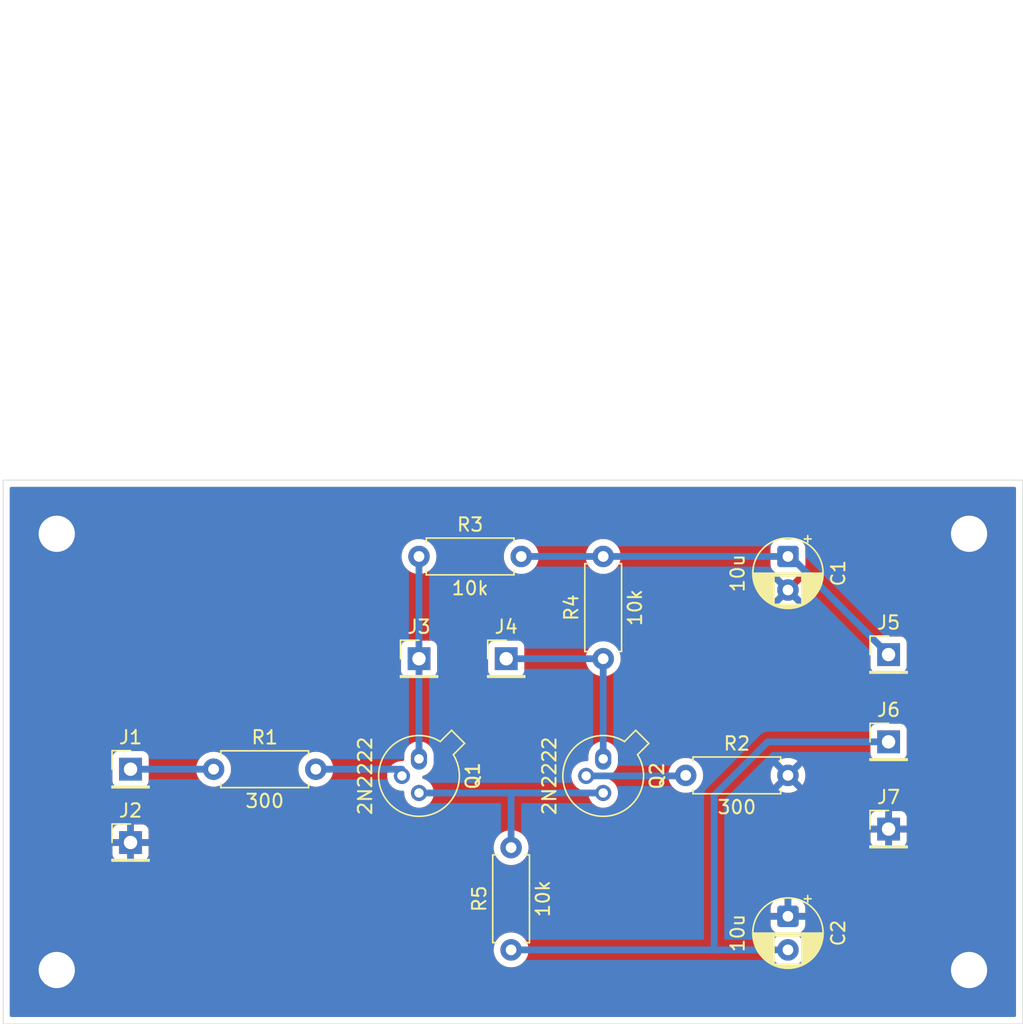
<source format=kicad_pcb>
(kicad_pcb (version 20241229) (generator "pcbnew") (generator_version "9.0")
  (layers (0 "F.Cu" signal) (2 "B.Cu" signal) (13 "F.Paste" user) (15 "B.Paste" user) (5 "F.SilkS" user "F.Silkscreen") (7 "B.SilkS" user "B.Silkscreen") (1 "F.Mask" user) (3 "B.Mask" user) (25 "Edge.Cuts" user))
  (net 0 "")
  (net 1 "0")
  (net 2 "/V+")
  (net 3 "/V-")
  (net 4 "Net-(Q1-E)")
  (net 5 "Net-(Q1-B)")
  (net 6 "Net-(Q2-B)")
  (net 7 "Net-(J1-Pin_1)")
  (net 8 "/out1")
  (net 9 "/out2")
  (footprint "Capacitor_THT:CP_Radial_D5.0mm_P2.50mm" (layer "F.Cu") (at 192.5 109.69 -90)
    (property "Reference" "C1" (at 1.25 -3.75 90) (layer "F.SilkS"))
    (property "Value" "10u" (at 1.25 3.75 90) (layer "F.SilkS"))
    (fp_line (start 1.49 1.04) (end 1.49 2.569) (stroke (width 0.12)) (layer "F.SilkS") (net 158545000))
    (fp_line (start 1.53 1.04) (end 1.53 2.565) (stroke (width 0.12)) (layer "F.SilkS") (net 158545000))
    (fp_line (start 1.57 1.04) (end 1.57 2.56) (stroke (width 0.12)) (layer "F.SilkS") (net 158545000))
    (fp_line (start 1.61 1.04) (end 1.61 2.555) (stroke (width 0.12)) (layer "F.SilkS") (net 158545000))
    (fp_line (start 1.65 1.04) (end 1.65 2.549) (stroke (width 0.12)) (layer "F.SilkS") (net 158545000))
    (fp_line (start 1.69 1.04) (end 1.69 2.543) (stroke (width 0.12)) (layer "F.SilkS") (net 158545000))
    (fp_line (start 1.73 1.04) (end 1.73 2.536) (stroke (width 0.12)) (layer "F.SilkS") (net 158545000))
    (fp_line (start 1.77 1.04) (end 1.77 2.528) (stroke (width 0.12)) (layer "F.SilkS") (net 158545000))
    (fp_line (start 1.81 1.04) (end 1.81 2.519) (stroke (width 0.12)) (layer "F.SilkS") (net 158545000))
    (fp_line (start 1.85 1.04) (end 1.85 2.51) (stroke (width 0.12)) (layer "F.SilkS") (net 158545000))
    (fp_line (start 1.89 1.04) (end 1.89 2.501) (stroke (width 0.12)) (layer "F.SilkS") (net 158545000))
    (fp_line (start 1.93 1.04) (end 1.93 2.49) (stroke (width 0.12)) (layer "F.SilkS") (net 158545000))
    (fp_line (start 1.97 1.04) (end 1.97 2.479) (stroke (width 0.12)) (layer "F.SilkS") (net 158545000))
    (fp_line (start 2.01 1.04) (end 2.01 2.467) (stroke (width 0.12)) (layer "F.SilkS") (net 158545000))
    (fp_line (start 2.05 1.04) (end 2.05 2.455) (stroke (width 0.12)) (layer "F.SilkS") (net 158545000))
    (fp_line (start 2.09 1.04) (end 2.09 2.442) (stroke (width 0.12)) (layer "F.SilkS") (net 158545000))
    (fp_line (start 2.13 1.04) (end 2.13 2.428) (stroke (width 0.12)) (layer "F.SilkS") (net 158545000))
    (fp_line (start 2.17 1.04) (end 2.17 2.413) (stroke (width 0.12)) (layer "F.SilkS") (net 158545000))
    (fp_line (start 2.21 1.04) (end 2.21 2.398) (stroke (width 0.12)) (layer "F.SilkS") (net 158545000))
    (fp_line (start 2.25 1.04) (end 2.25 2.382) (stroke (width 0.12)) (layer "F.SilkS") (net 158545000))
    (fp_line (start 2.29 1.04) (end 2.29 2.365) (stroke (width 0.12)) (layer "F.SilkS") (net 158545000))
    (fp_line (start 2.33 1.04) (end 2.33 2.347) (stroke (width 0.12)) (layer "F.SilkS") (net 158545000))
    (fp_line (start 2.37 1.04) (end 2.37 2.329) (stroke (width 0.12)) (layer "F.SilkS") (net 158545000))
    (fp_line (start 2.41 1.04) (end 2.41 2.309) (stroke (width 0.12)) (layer "F.SilkS") (net 158545000))
    (fp_line (start 2.45 1.04) (end 2.45 2.289) (stroke (width 0.12)) (layer "F.SilkS") (net 158545000))
    (fp_line (start 2.49 1.04) (end 2.49 2.268) (stroke (width 0.12)) (layer "F.SilkS") (net 158545000))
    (fp_line (start 2.53 1.04) (end 2.53 2.246) (stroke (width 0.12)) (layer "F.SilkS") (net 158545000))
    (fp_line (start 2.57 1.04) (end 2.57 2.223) (stroke (width 0.12)) (layer "F.SilkS") (net 158545000))
    (fp_line (start 2.61 1.04) (end 2.61 2.199) (stroke (width 0.12)) (layer "F.SilkS") (net 158545000))
    (fp_line (start 2.65 1.04) (end 2.65 2.175) (stroke (width 0.12)) (layer "F.SilkS") (net 158545000))
    (fp_line (start 2.69 1.04) (end 2.69 2.149) (stroke (width 0.12)) (layer "F.SilkS") (net 158545000))
    (fp_line (start 2.73 1.04) (end 2.73 2.122) (stroke (width 0.12)) (layer "F.SilkS") (net 158545000))
    (fp_line (start 2.77 1.04) (end 2.77 2.094) (stroke (width 0.12)) (layer "F.SilkS") (net 158545000))
    (fp_line (start 2.81 1.04) (end 2.81 2.065) (stroke (width 0.12)) (layer "F.SilkS") (net 158545000))
    (fp_line (start 2.85 1.04) (end 2.85 2.035) (stroke (width 0.12)) (layer "F.SilkS") (net 158545000))
    (fp_line (start 2.89 1.04) (end 2.89 2.003) (stroke (width 0.12)) (layer "F.SilkS") (net 158545000))
    (fp_line (start 2.93 1.04) (end 2.93 1.97) (stroke (width 0.12)) (layer "F.SilkS") (net 158545000))
    (fp_line (start 2.97 1.04) (end 2.97 1.936) (stroke (width 0.12)) (layer "F.SilkS") (net 158545000))
    (fp_line (start 3.01 1.04) (end 3.01 1.901) (stroke (width 0.12)) (layer "F.SilkS") (net 158545000))
    (fp_line (start 3.05 1.04) (end 3.05 1.864) (stroke (width 0.12)) (layer "F.SilkS") (net 158545000))
    (fp_line (start 3.09 1.04) (end 3.09 1.825) (stroke (width 0.12)) (layer "F.SilkS") (net 158545000))
    (fp_line (start 3.13 1.04) (end 3.13 1.785) (stroke (width 0.12)) (layer "F.SilkS") (net 158545000))
    (fp_line (start 3.17 1.04) (end 3.17 1.743) (stroke (width 0.12)) (layer "F.SilkS") (net 158545000))
    (fp_line (start 3.21 1.04) (end 3.21 1.699) (stroke (width 0.12)) (layer "F.SilkS") (net 158545000))
    (fp_line (start 3.25 1.04) (end 3.25 1.652) (stroke (width 0.12)) (layer "F.SilkS") (net 158545000))
    (fp_line (start 3.29 1.04) (end 3.29 1.604) (stroke (width 0.12)) (layer "F.SilkS") (net 158545000))
    (fp_line (start 3.33 1.04) (end 3.33 1.553) (stroke (width 0.12)) (layer "F.SilkS") (net 158545000))
    (fp_line (start 3.37 1.04) (end 3.37 1.499) (stroke (width 0.12)) (layer "F.SilkS") (net 158545000))
    (fp_line (start 3.41 1.04) (end 3.41 1.443) (stroke (width 0.12)) (layer "F.SilkS") (net 158545000))
    (fp_line (start 3.45 1.04) (end 3.45 1.383) (stroke (width 0.12)) (layer "F.SilkS") (net 158545000))
    (fp_line (start 3.49 1.04) (end 3.49 1.319) (stroke (width 0.12)) (layer "F.SilkS") (net 158545000))
    (fp_line (start 3.53 1.04) (end 3.53 1.251) (stroke (width 0.12)) (layer "F.SilkS") (net 158545000))
    (fp_line (start 3.85 -0.283) (end 3.85 0.283) (stroke (width 0.12)) (layer "F.SilkS") (net 158545000))
    (fp_line (start 3.81 -0.517) (end 3.81 0.517) (stroke (width 0.12)) (layer "F.SilkS") (net 158545000))
    (fp_line (start 3.77 -0.677) (end 3.77 0.677) (stroke (width 0.12)) (layer "F.SilkS") (net 158545000))
    (fp_line (start 3.73 -0.805) (end 3.73 0.805) (stroke (width 0.12)) (layer "F.SilkS") (net 158545000))
    (fp_line (start 3.69 -0.914) (end 3.69 0.914) (stroke (width 0.12)) (layer "F.SilkS") (net 158545000))
    (fp_line (start 3.65 -1.011) (end 3.65 1.011) (stroke (width 0.12)) (layer "F.SilkS") (net 158545000))
    (fp_line (start 3.61 -1.098) (end 3.61 1.098) (stroke (width 0.12)) (layer "F.SilkS") (net 158545000))
    (fp_line (start 3.57 -1.177) (end 3.57 1.177) (stroke (width 0.12)) (layer "F.SilkS") (net 158545000))
    (fp_line (start 3.53 -1.251) (end 3.53 -1.04) (stroke (width 0.12)) (layer "F.SilkS") (net 158545000))
    (fp_line (start 3.49 -1.319) (end 3.49 -1.04) (stroke (width 0.12)) (layer "F.SilkS") (net 158545000))
    (fp_line (start 3.45 -1.383) (end 3.45 -1.04) (stroke (width 0.12)) (layer "F.SilkS") (net 158545000))
    (fp_line (start 3.41 -1.443) (end 3.41 -1.04) (stroke (width 0.12)) (layer "F.SilkS") (net 158545000))
    (fp_line (start -1.554775 -1.475) (end -1.054775 -1.475) (stroke (width 0.12)) (layer "F.SilkS") (net 158545000))
    (fp_line (start 3.37 -1.499) (end 3.37 -1.04) (stroke (width 0.12)) (layer "F.SilkS") (net 158545000))
    (fp_line (start 3.33 -1.553) (end 3.33 -1.04) (stroke (width 0.12)) (layer "F.SilkS") (net 158545000))
    (fp_line (start 3.29 -1.604) (end 3.29 -1.04) (stroke (width 0.12)) (layer "F.SilkS") (net 158545000))
    (fp_line (start 3.25 -1.652) (end 3.25 -1.04) (stroke (width 0.12)) (layer "F.SilkS") (net 158545000))
    (fp_line (start 3.21 -1.699) (end 3.21 -1.04) (stroke (width 0.12)) (layer "F.SilkS") (net 158545000))
    (fp_line (start -1.304775 -1.725) (end -1.304775 -1.225) (stroke (width 0.12)) (layer "F.SilkS") (net 158545000))
    (fp_line (start 3.17 -1.743) (end 3.17 -1.04) (stroke (width 0.12)) (layer "F.SilkS") (net 158545000))
    (fp_line (start 3.13 -1.785) (end 3.13 -1.04) (stroke (width 0.12)) (layer "F.SilkS") (net 158545000))
    (fp_line (start 3.09 -1.825) (end 3.09 -1.04) (stroke (width 0.12)) (layer "F.SilkS") (net 158545000))
    (fp_line (start 3.05 -1.864) (end 3.05 -1.04) (stroke (width 0.12)) (layer "F.SilkS") (net 158545000))
    (fp_line (start 3.01 -1.901) (end 3.01 -1.04) (stroke (width 0.12)) (layer "F.SilkS") (net 158545000))
    (fp_line (start 2.97 -1.936) (end 2.97 -1.04) (stroke (width 0.12)) (layer "F.SilkS") (net 158545000))
    (fp_line (start 2.93 -1.97) (end 2.93 -1.04) (stroke (width 0.12)) (layer "F.SilkS") (net 158545000))
    (fp_line (start 2.89 -2.003) (end 2.89 -1.04) (stroke (width 0.12)) (layer "F.SilkS") (net 158545000))
    (fp_line (start 2.85 -2.035) (end 2.85 -1.04) (stroke (width 0.12)) (layer "F.SilkS") (net 158545000))
    (fp_line (start 2.81 -2.065) (end 2.81 -1.04) (stroke (width 0.12)) (layer "F.SilkS") (net 158545000))
    (fp_line (start 2.77 -2.094) (end 2.77 -1.04) (stroke (width 0.12)) (layer "F.SilkS") (net 158545000))
    (fp_line (start 2.73 -2.122) (end 2.73 -1.04) (stroke (width 0.12)) (layer "F.SilkS") (net 158545000))
    (fp_line (start 2.69 -2.149) (end 2.69 -1.04) (stroke (width 0.12)) (layer "F.SilkS") (net 158545000))
    (fp_line (start 2.65 -2.175) (end 2.65 -1.04) (stroke (width 0.12)) (layer "F.SilkS") (net 158545000))
    (fp_line (start 2.61 -2.199) (end 2.61 -1.04) (stroke (width 0.12)) (layer "F.SilkS") (net 158545000))
    (fp_line (start 2.57 -2.223) (end 2.57 -1.04) (stroke (width 0.12)) (layer "F.SilkS") (net 158545000))
    (fp_line (start 2.53 -2.246) (end 2.53 -1.04) (stroke (width 0.12)) (layer "F.SilkS") (net 158545000))
    (fp_line (start 2.49 -2.268) (end 2.49 -1.04) (stroke (width 0.12)) (layer "F.SilkS") (net 158545000))
    (fp_line (start 2.45 -2.289) (end 2.45 -1.04) (stroke (width 0.12)) (layer "F.SilkS") (net 158545000))
    (fp_line (start 2.41 -2.309) (end 2.41 -1.04) (stroke (width 0.12)) (layer "F.SilkS") (net 158545000))
    (fp_line (start 2.37 -2.329) (end 2.37 -1.04) (stroke (width 0.12)) (layer "F.SilkS") (net 158545000))
    (fp_line (start 2.33 -2.347) (end 2.33 -1.04) (stroke (width 0.12)) (layer "F.SilkS") (net 158545000))
    (fp_line (start 2.29 -2.365) (end 2.29 -1.04) (stroke (width 0.12)) (layer "F.SilkS") (net 158545000))
    (fp_line (start 2.25 -2.382) (end 2.25 -1.04) (stroke (width 0.12)) (layer "F.SilkS") (net 158545000))
    (fp_line (start 2.21 -2.398) (end 2.21 -1.04) (stroke (width 0.12)) (layer "F.SilkS") (net 158545000))
    (fp_line (start 2.17 -2.413) (end 2.17 -1.04) (stroke (width 0.12)) (layer "F.SilkS") (net 158545000))
    (fp_line (start 2.13 -2.428) (end 2.13 -1.04) (stroke (width 0.12)) (layer "F.SilkS") (net 158545000))
    (fp_line (start 2.09 -2.442) (end 2.09 -1.04) (stroke (width 0.12)) (layer "F.SilkS") (net 158545000))
    (fp_line (start 2.05 -2.455) (end 2.05 -1.04) (stroke (width 0.12)) (layer "F.SilkS") (net 158545000))
    (fp_line (start 2.01 -2.467) (end 2.01 -1.04) (stroke (width 0.12)) (layer "F.SilkS") (net 158545000))
    (fp_line (start 1.97 -2.479) (end 1.97 -1.04) (stroke (width 0.12)) (layer "F.SilkS") (net 158545000))
    (fp_line (start 1.93 -2.49) (end 1.93 -1.04) (stroke (width 0.12)) (layer "F.SilkS") (net 158545000))
    (fp_line (start 1.89 -2.501) (end 1.89 -1.04) (stroke (width 0.12)) (layer "F.SilkS") (net 158545000))
    (fp_line (start 1.85 -2.51) (end 1.85 -1.04) (stroke (width 0.12)) (layer "F.SilkS") (net 158545000))
    (fp_line (start 1.81 -2.519) (end 1.81 -1.04) (stroke (width 0.12)) (layer "F.SilkS") (net 158545000))
    (fp_line (start 1.77 -2.528) (end 1.77 -1.04) (stroke (width 0.12)) (layer "F.SilkS") (net 158545000))
    (fp_line (start 1.73 -2.536) (end 1.73 -1.04) (stroke (width 0.12)) (layer "F.SilkS") (net 158545000))
    (fp_line (start 1.69 -2.543) (end 1.69 -1.04) (stroke (width 0.12)) (layer "F.SilkS") (net 158545000))
    (fp_line (start 1.65 -2.549) (end 1.65 -1.04) (stroke (width 0.12)) (layer "F.SilkS") (net 158545000))
    (fp_line (start 1.61 -2.555) (end 1.61 -1.04) (stroke (width 0.12)) (layer "F.SilkS") (net 158545000))
    (fp_line (start 1.57 -2.56) (end 1.57 -1.04) (stroke (width 0.12)) (layer "F.SilkS") (net 158545000))
    (fp_line (start 1.53 -2.565) (end 1.53 -1.04) (stroke (width 0.12)) (layer "F.SilkS") (net 158545000))
    (fp_line (start 1.49 -2.569) (end 1.49 -1.04) (stroke (width 0.12)) (layer "F.SilkS") (net 158545000))
    (fp_line (start 1.45 -2.572) (end 1.45 2.572) (stroke (width 0.12)) (layer "F.SilkS") (net 158545000))
    (fp_line (start 1.41 -2.575) (end 1.41 2.575) (stroke (width 0.12)) (layer "F.SilkS") (net 158545000))
    (fp_line (start 1.37 -2.577) (end 1.37 2.577) (stroke (width 0.12)) (layer "F.SilkS") (net 158545000))
    (fp_line (start 1.33 -2.579) (end 1.33 2.579) (stroke (width 0.12)) (layer "F.SilkS") (net 158545000))
    (fp_line (start 1.25 -2.58) (end 1.25 2.58) (stroke (width 0.12)) (layer "F.SilkS") (net 158545000))
    (fp_line (start 1.29 -2.58) (end 1.29 2.58) (stroke (width 0.12)) (layer "F.SilkS") (net 158545000))
    (fp_circle (center 1.25 0) (end 3.87 0) (stroke (width 0.12)) (fill no) (layer "F.SilkS") (net 158545000))
    (pad "1" thru_hole roundrect (at 0 0 270) (size 1.6 1.6) (drill 0.8) (layers "*.Cu" "*.Mask") (roundrect_rratio 0.15625) (net 2 "/V+"))
    (pad "2" thru_hole circle (at 2.5 0 270) (size 1.6 1.6) (drill 0.8) (layers "*.Cu" "*.Mask") (net 1 "0"))
  )
  (footprint "Connector_PinHeader_2.54mm:PinHeader_1x01_P2.54mm_Vertical" (layer "F.Cu") (at 165 117.31)
    (property "Reference" "J3" (at 0 -2.38 0) (layer "F.SilkS"))
    (property "Value" "Conn_01x01")
    (fp_line (start -1.38 -1.38) (end 0 -1.38) (stroke (width 0.12)) (layer "F.SilkS"))
    (fp_line (start -1.38 0) (end -1.38 -1.38) (stroke (width 0.12)) (layer "F.SilkS"))
    (fp_line (start -1.38 1.27) (end -1.38 1.38) (stroke (width 0.12)) (layer "F.SilkS"))
    (fp_line (start -1.38 1.27) (end 1.38 1.27) (stroke (width 0.12)) (layer "F.SilkS"))
    (fp_line (start -1.38 1.38) (end 1.38 1.38) (stroke (width 0.12)) (layer "F.SilkS"))
    (fp_line (start 1.38 1.27) (end 1.38 1.38) (stroke (width 0.12)) (layer "F.SilkS"))
    (pad "1" thru_hole rect (at 0 0) (size 1.7 1.7) (drill 1) (layers "*.Cu" "*.Mask") (net 8 "/out1"))
  )
  (footprint "Resistor_THT:R_Axial_DIN0207_L6.3mm_D2.5mm_P7.62mm_Horizontal" (layer "F.Cu") (at 149.69 125.54)
    (property "Reference" "R1" (at 3.81 -2.37 0) (layer "F.SilkS"))
    (property "Value" "300" (at 3.81 2.37 0) (layer "F.SilkS"))
    (fp_line (start 0.54 -1.37) (end 7.08 -1.37) (stroke (width 0.12)) (layer "F.SilkS") (net 158545000))
    (fp_line (start 0.54 -1.04) (end 0.54 -1.37) (stroke (width 0.12)) (layer "F.SilkS") (net 158545000))
    (fp_line (start 0.54 1.04) (end 0.54 1.37) (stroke (width 0.12)) (layer "F.SilkS") (net 158545000))
    (fp_line (start 0.54 1.37) (end 7.08 1.37) (stroke (width 0.12)) (layer "F.SilkS") (net 158545000))
    (fp_line (start 7.08 -1.37) (end 7.08 -1.04) (stroke (width 0.12)) (layer "F.SilkS") (net 158545000))
    (fp_line (start 7.08 1.37) (end 7.08 1.04) (stroke (width 0.12)) (layer "F.SilkS") (net 158545000))
    (pad "1" thru_hole circle (at 0 0) (size 1.6 1.6) (drill 0.8) (layers "*.Cu" "*.Mask") (net 7 "Net-(J1-Pin_1)"))
    (pad "2" thru_hole circle (at 7.62 0) (size 1.6 1.6) (drill 0.8) (layers "*.Cu" "*.Mask") (net 5 "Net-(Q1-B)"))
  )
  (footprint "Connector_PinHeader_2.54mm:PinHeader_1x01_P2.54mm_Vertical" (layer "F.Cu") (at 143.5 131)
    (property "Reference" "J2" (at 0 -2.38 0) (layer "F.SilkS"))
    (property "Value" "Conn_01x01")
    (fp_line (start -1.38 -1.38) (end 0 -1.38) (stroke (width 0.12)) (layer "F.SilkS"))
    (fp_line (start -1.38 0) (end -1.38 -1.38) (stroke (width 0.12)) (layer "F.SilkS"))
    (fp_line (start -1.38 1.27) (end -1.38 1.38) (stroke (width 0.12)) (layer "F.SilkS"))
    (fp_line (start -1.38 1.27) (end 1.38 1.27) (stroke (width 0.12)) (layer "F.SilkS"))
    (fp_line (start -1.38 1.38) (end 1.38 1.38) (stroke (width 0.12)) (layer "F.SilkS"))
    (fp_line (start 1.38 1.27) (end 1.38 1.38) (stroke (width 0.12)) (layer "F.SilkS"))
    (pad "1" thru_hole rect (at 0 0) (size 1.7 1.7) (drill 1) (layers "*.Cu" "*.Mask") (net 1 "0"))
  )
  (footprint "Resistor_THT:R_Axial_DIN0207_L6.3mm_D2.5mm_P7.62mm_Horizontal" (layer "F.Cu") (at 184.88 126)
    (property "Reference" "R2" (at 3.81 -2.37 0) (layer "F.SilkS"))
    (property "Value" "300" (at 3.81 2.37 0) (layer "F.SilkS"))
    (fp_line (start 0.54 -1.37) (end 7.08 -1.37) (stroke (width 0.12)) (layer "F.SilkS") (net 158545000))
    (fp_line (start 0.54 -1.04) (end 0.54 -1.37) (stroke (width 0.12)) (layer "F.SilkS") (net 158545000))
    (fp_line (start 0.54 1.04) (end 0.54 1.37) (stroke (width 0.12)) (layer "F.SilkS") (net 158545000))
    (fp_line (start 0.54 1.37) (end 7.08 1.37) (stroke (width 0.12)) (layer "F.SilkS") (net 158545000))
    (fp_line (start 7.08 -1.37) (end 7.08 -1.04) (stroke (width 0.12)) (layer "F.SilkS") (net 158545000))
    (fp_line (start 7.08 1.37) (end 7.08 1.04) (stroke (width 0.12)) (layer "F.SilkS") (net 158545000))
    (pad "1" thru_hole circle (at 0 0) (size 1.6 1.6) (drill 0.8) (layers "*.Cu" "*.Mask") (net 6 "Net-(Q2-B)"))
    (pad "2" thru_hole circle (at 7.62 0) (size 1.6 1.6) (drill 0.8) (layers "*.Cu" "*.Mask") (net 1 "0"))
  )
  (footprint "MountingHole:MountingHole_2.7mm_Pad" (layer "F.Cu") (at 138 140.5)
    (property "Reference" "REF4" (hide yes))
    (property "Value" "MountingHole_2.7mm_Pad" (hide yes))
    (pad "1" thru_hole circle (at 0 0) (size 5.4 5.4) (drill 2.7) (layers "*.Cu" "*.Mask") (net 1 "0"))
  )
  (footprint "MountingHole:MountingHole_2.7mm_Pad" (layer "F.Cu") (at 206 140.5)
    (property "Reference" "REF3" (hide yes))
    (property "Value" "MountingHole_2.7mm_Pad" (hide yes))
    (pad "1" thru_hole roundrect (at 0 0) (size 5.4 5.4) (drill 2.7) (layers "*.Cu" "*.Mask") (net 1 "0"))
  )
  (footprint "MountingHole:MountingHole_2.7mm_Pad" (layer "F.Cu") (at 138 108)
    (property "Reference" "REF1" (hide yes))
    (property "Value" "MountingHole_2.7mm_Pad" (hide yes))
    (pad "1" thru_hole circle (at 0 0) (size 5.4 5.4) (drill 2.7) (layers "*.Cu" "*.Mask") (net 1 "0"))
  )
  (footprint "MountingHole:MountingHole_2.7mm_Pad" (layer "F.Cu") (at 206 108)
    (property "Reference" "REF2" (hide yes))
    (property "Value" "MountingHole_2.7mm_Pad" (hide yes))
    (pad "1" thru_hole circle (at 0 0) (size 5.4 5.4) (drill 2.7) (layers "*.Cu" "*.Mask") (net 1 "0"))
  )
  (footprint "Connector_PinHeader_2.54mm:PinHeader_1x01_P2.54mm_Vertical" (layer "F.Cu") (at 171.5 117.31)
    (property "Reference" "J4" (at 0 -2.38 0) (layer "F.SilkS"))
    (property "Value" "Conn_01x01")
    (fp_line (start -1.38 -1.38) (end 0 -1.38) (stroke (width 0.12)) (layer "F.SilkS"))
    (fp_line (start -1.38 0) (end -1.38 -1.38) (stroke (width 0.12)) (layer "F.SilkS"))
    (fp_line (start -1.38 1.27) (end -1.38 1.38) (stroke (width 0.12)) (layer "F.SilkS"))
    (fp_line (start -1.38 1.27) (end 1.38 1.27) (stroke (width 0.12)) (layer "F.SilkS"))
    (fp_line (start -1.38 1.38) (end 1.38 1.38) (stroke (width 0.12)) (layer "F.SilkS"))
    (fp_line (start 1.38 1.27) (end 1.38 1.38) (stroke (width 0.12)) (layer "F.SilkS"))
    (pad "1" thru_hole rect (at 0 0) (size 1.7 1.7) (drill 1) (layers "*.Cu" "*.Mask") (net 9 "/out2"))
  )
  (footprint "Package_TO_SOT_THT:TO-18-3" (layer "F.Cu") (at 178.73 124.77 -90)
    (property "Reference" "Q2" (at 1.27 -4.01 90) (layer "F.SilkS"))
    (property "Value" "2N2222" (at 1.27 4.01 90) (layer "F.SilkS"))
    (fp_line (start -2.130108 -2.424301) (end -1.289618 -1.583811) (stroke (width 0.12)) (layer "F.SilkS") (net 158545000))
    (fp_line (start -0.313811 -2.559618) (end -1.154301 -3.400108) (stroke (width 0.12)) (layer "F.SilkS") (net 158545000))
    (fp_line (start -1.154301 -3.400108) (end -2.130108 -2.424301) (stroke (width 0.12)) (layer "F.SilkS") (net 158545000))
    (fp_arc (start -0.313811 -2.559618) (mid 3.398391 2.128391) (end -1.289618 -1.583811) (stroke (width 0.12)) (layer "F.SilkS") (net 158545000))
    (fp_text user "${REFERENCE}" (at 1.27 -4.01 90) (layer "F.SilkS"))
    (pad "1" thru_hole oval (at 0 0 270) (size 1.6 1.2) (drill 0.7) (layers "*.Cu" "*.Mask") (net 9 "/out2"))
    (pad "2" thru_hole circle (at 1.27 1.27 270) (size 1.2 1.2) (drill 0.7) (layers "*.Cu" "*.Mask") (net 6 "Net-(Q2-B)"))
    (pad "3" thru_hole circle (at 2.54 0 270) (size 1.2 1.2) (drill 0.7) (layers "*.Cu" "*.Mask") (net 4 "Net-(Q1-E)"))
  )
  (footprint "Connector_PinHeader_2.54mm:PinHeader_1x01_P2.54mm_Vertical" (layer "F.Cu") (at 143.5 125.54)
    (property "Reference" "J1" (at 0 -2.38 0) (layer "F.SilkS"))
    (property "Value" "Conn_01x01")
    (fp_line (start -1.38 -1.38) (end 0 -1.38) (stroke (width 0.12)) (layer "F.SilkS"))
    (fp_line (start -1.38 0) (end -1.38 -1.38) (stroke (width 0.12)) (layer "F.SilkS"))
    (fp_line (start -1.38 1.27) (end -1.38 1.38) (stroke (width 0.12)) (layer "F.SilkS"))
    (fp_line (start -1.38 1.27) (end 1.38 1.27) (stroke (width 0.12)) (layer "F.SilkS"))
    (fp_line (start -1.38 1.38) (end 1.38 1.38) (stroke (width 0.12)) (layer "F.SilkS"))
    (fp_line (start 1.38 1.27) (end 1.38 1.38) (stroke (width 0.12)) (layer "F.SilkS"))
    (pad "1" thru_hole rect (at 0 0) (size 1.7 1.7) (drill 1) (layers "*.Cu" "*.Mask") (net 7 "Net-(J1-Pin_1)"))
  )
  (footprint "Resistor_THT:R_Axial_DIN0207_L6.3mm_D2.5mm_P7.62mm_Horizontal" (layer "F.Cu") (at 178.73 117.31 90)
    (property "Reference" "R4" (at 3.81 -2.37 90) (layer "F.SilkS"))
    (property "Value" "10k" (at 3.81 2.37 90) (layer "F.SilkS"))
    (fp_line (start 7.08 -1.37) (end 7.08 -1.04) (stroke (width 0.12)) (layer "F.SilkS") (net 158545000))
    (fp_line (start 0.54 -1.37) (end 7.08 -1.37) (stroke (width 0.12)) (layer "F.SilkS") (net 158545000))
    (fp_line (start 0.54 -1.04) (end 0.54 -1.37) (stroke (width 0.12)) (layer "F.SilkS") (net 158545000))
    (fp_line (start 0.54 1.04) (end 0.54 1.37) (stroke (width 0.12)) (layer "F.SilkS") (net 158545000))
    (fp_line (start 7.08 1.37) (end 7.08 1.04) (stroke (width 0.12)) (layer "F.SilkS") (net 158545000))
    (fp_line (start 0.54 1.37) (end 7.08 1.37) (stroke (width 0.12)) (layer "F.SilkS") (net 158545000))
    (pad "1" thru_hole circle (at 0 0 90) (size 1.6 1.6) (drill 0.8) (layers "*.Cu" "*.Mask") (net 9 "/out2"))
    (pad "2" thru_hole circle (at 7.62 0 90) (size 1.6 1.6) (drill 0.8) (layers "*.Cu" "*.Mask") (net 2 "/V+"))
  )
  (footprint "Connector_PinHeader_2.54mm:PinHeader_1x01_P2.54mm_Vertical" (layer "F.Cu") (at 200 123.5)
    (property "Reference" "J6" (at 0 -2.38 0) (layer "F.SilkS"))
    (property "Value" "Conn_01x01")
    (fp_line (start -1.38 -1.38) (end 0 -1.38) (stroke (width 0.12)) (layer "F.SilkS"))
    (fp_line (start -1.38 0) (end -1.38 -1.38) (stroke (width 0.12)) (layer "F.SilkS"))
    (fp_line (start -1.38 1.27) (end -1.38 1.38) (stroke (width 0.12)) (layer "F.SilkS"))
    (fp_line (start -1.38 1.27) (end 1.38 1.27) (stroke (width 0.12)) (layer "F.SilkS"))
    (fp_line (start -1.38 1.38) (end 1.38 1.38) (stroke (width 0.12)) (layer "F.SilkS"))
    (fp_line (start 1.38 1.27) (end 1.38 1.38) (stroke (width 0.12)) (layer "F.SilkS"))
    (pad "1" thru_hole rect (at 0 0) (size 1.7 1.7) (drill 1) (layers "*.Cu" "*.Mask") (net 3 "/V-"))
  )
  (footprint "Resistor_THT:R_Axial_DIN0207_L6.3mm_D2.5mm_P7.62mm_Horizontal" (layer "F.Cu") (at 165 109.69)
    (property "Reference" "R3" (at 3.81 -2.37 0) (layer "F.SilkS"))
    (property "Value" "10k" (at 3.81 2.37 0) (layer "F.SilkS"))
    (fp_line (start 0.54 -1.37) (end 7.08 -1.37) (stroke (width 0.12)) (layer "F.SilkS") (net 158545000))
    (fp_line (start 0.54 -1.04) (end 0.54 -1.37) (stroke (width 0.12)) (layer "F.SilkS") (net 158545000))
    (fp_line (start 0.54 1.04) (end 0.54 1.37) (stroke (width 0.12)) (layer "F.SilkS") (net 158545000))
    (fp_line (start 0.54 1.37) (end 7.08 1.37) (stroke (width 0.12)) (layer "F.SilkS") (net 158545000))
    (fp_line (start 7.08 -1.37) (end 7.08 -1.04) (stroke (width 0.12)) (layer "F.SilkS") (net 158545000))
    (fp_line (start 7.08 1.37) (end 7.08 1.04) (stroke (width 0.12)) (layer "F.SilkS") (net 158545000))
    (pad "1" thru_hole circle (at 0 0) (size 1.6 1.6) (drill 0.8) (layers "*.Cu" "*.Mask") (net 8 "/out1"))
    (pad "2" thru_hole circle (at 7.62 0) (size 1.6 1.6) (drill 0.8) (layers "*.Cu" "*.Mask") (net 2 "/V+"))
  )
  (footprint "Connector_PinHeader_2.54mm:PinHeader_1x01_P2.54mm_Vertical" (layer "F.Cu") (at 200 130)
    (property "Reference" "J7" (at 0 -2.38 0) (layer "F.SilkS"))
    (property "Value" "Conn_01x01")
    (fp_line (start -1.38 -1.38) (end 0 -1.38) (stroke (width 0.12)) (layer "F.SilkS"))
    (fp_line (start -1.38 0) (end -1.38 -1.38) (stroke (width 0.12)) (layer "F.SilkS"))
    (fp_line (start -1.38 1.27) (end -1.38 1.38) (stroke (width 0.12)) (layer "F.SilkS"))
    (fp_line (start -1.38 1.27) (end 1.38 1.27) (stroke (width 0.12)) (layer "F.SilkS"))
    (fp_line (start -1.38 1.38) (end 1.38 1.38) (stroke (width 0.12)) (layer "F.SilkS"))
    (fp_line (start 1.38 1.27) (end 1.38 1.38) (stroke (width 0.12)) (layer "F.SilkS"))
    (pad "1" thru_hole rect (at 0 0) (size 1.7 1.7) (drill 1) (layers "*.Cu" "*.Mask") (net 1 "0"))
  )
  (footprint "Resistor_THT:R_Axial_DIN0207_L6.3mm_D2.5mm_P7.62mm_Horizontal" (layer "F.Cu") (at 171.865 139 90)
    (property "Reference" "R5" (at 3.81 -2.37 90) (layer "F.SilkS"))
    (property "Value" "10k" (at 3.81 2.37 90) (layer "F.SilkS"))
    (fp_line (start 7.08 -1.37) (end 7.08 -1.04) (stroke (width 0.12)) (layer "F.SilkS") (net 158545000))
    (fp_line (start 0.54 -1.37) (end 7.08 -1.37) (stroke (width 0.12)) (layer "F.SilkS") (net 158545000))
    (fp_line (start 0.54 -1.04) (end 0.54 -1.37) (stroke (width 0.12)) (layer "F.SilkS") (net 158545000))
    (fp_line (start 0.54 1.04) (end 0.54 1.37) (stroke (width 0.12)) (layer "F.SilkS") (net 158545000))
    (fp_line (start 7.08 1.37) (end 7.08 1.04) (stroke (width 0.12)) (layer "F.SilkS") (net 158545000))
    (fp_line (start 0.54 1.37) (end 7.08 1.37) (stroke (width 0.12)) (layer "F.SilkS") (net 158545000))
    (pad "1" thru_hole circle (at 0 0 90) (size 1.6 1.6) (drill 0.8) (layers "*.Cu" "*.Mask") (net 3 "/V-"))
    (pad "2" thru_hole circle (at 7.62 0 90) (size 1.6 1.6) (drill 0.8) (layers "*.Cu" "*.Mask") (net 4 "Net-(Q1-E)"))
  )
  (footprint "Package_TO_SOT_THT:TO-18-3" (layer "F.Cu") (at 165 124.77 -90)
    (property "Reference" "Q1" (at 1.27 -4.01 90) (layer "F.SilkS"))
    (property "Value" "2N2222" (at 1.27 4.01 90) (layer "F.SilkS"))
    (fp_line (start -2.130108 -2.424301) (end -1.289618 -1.583811) (stroke (width 0.12)) (layer "F.SilkS") (net 158545000))
    (fp_line (start -0.313811 -2.559618) (end -1.154301 -3.400108) (stroke (width 0.12)) (layer "F.SilkS") (net 158545000))
    (fp_line (start -1.154301 -3.400108) (end -2.130108 -2.424301) (stroke (width 0.12)) (layer "F.SilkS") (net 158545000))
    (fp_arc (start -0.313811 -2.559618) (mid 3.398391 2.128391) (end -1.289618 -1.583811) (stroke (width 0.12)) (layer "F.SilkS") (net 158545000))
    (fp_text user "${REFERENCE}" (at 1.27 -4.01 90) (layer "F.SilkS"))
    (pad "1" thru_hole oval (at 0 0 270) (size 1.6 1.2) (drill 0.7) (layers "*.Cu" "*.Mask") (net 8 "/out1"))
    (pad "2" thru_hole circle (at 1.27 1.27 270) (size 1.2 1.2) (drill 0.7) (layers "*.Cu" "*.Mask") (net 5 "Net-(Q1-B)"))
    (pad "3" thru_hole circle (at 2.54 0 270) (size 1.2 1.2) (drill 0.7) (layers "*.Cu" "*.Mask") (net 4 "Net-(Q1-E)"))
  )
  (footprint "Connector_PinHeader_2.54mm:PinHeader_1x01_P2.54mm_Vertical" (layer "F.Cu") (at 200 117)
    (property "Reference" "J5" (at 0 -2.38 0) (layer "F.SilkS"))
    (property "Value" "Conn_01x01")
    (fp_line (start -1.38 -1.38) (end 0 -1.38) (stroke (width 0.12)) (layer "F.SilkS"))
    (fp_line (start -1.38 0) (end -1.38 -1.38) (stroke (width 0.12)) (layer "F.SilkS"))
    (fp_line (start -1.38 1.27) (end -1.38 1.38) (stroke (width 0.12)) (layer "F.SilkS"))
    (fp_line (start -1.38 1.27) (end 1.38 1.27) (stroke (width 0.12)) (layer "F.SilkS"))
    (fp_line (start -1.38 1.38) (end 1.38 1.38) (stroke (width 0.12)) (layer "F.SilkS"))
    (fp_line (start 1.38 1.27) (end 1.38 1.38) (stroke (width 0.12)) (layer "F.SilkS"))
    (pad "1" thru_hole rect (at 0 0) (size 1.7 1.7) (drill 1) (layers "*.Cu" "*.Mask") (net 2 "/V+"))
  )
  (footprint "Capacitor_THT:CP_Radial_D5.0mm_P2.50mm" (layer "F.Cu") (at 192.5 136.5 -90)
    (property "Reference" "C2" (at 1.25 -3.75 90) (layer "F.SilkS"))
    (property "Value" "10u" (at 1.25 3.75 90) (layer "F.SilkS"))
    (fp_line (start 1.49 1.04) (end 1.49 2.569) (stroke (width 0.12)) (layer "F.SilkS") (net 158545000))
    (fp_line (start 1.53 1.04) (end 1.53 2.565) (stroke (width 0.12)) (layer "F.SilkS") (net 158545000))
    (fp_line (start 1.57 1.04) (end 1.57 2.56) (stroke (width 0.12)) (layer "F.SilkS") (net 158545000))
    (fp_line (start 1.61 1.04) (end 1.61 2.555) (stroke (width 0.12)) (layer "F.SilkS") (net 158545000))
    (fp_line (start 1.65 1.04) (end 1.65 2.549) (stroke (width 0.12)) (layer "F.SilkS") (net 158545000))
    (fp_line (start 1.69 1.04) (end 1.69 2.543) (stroke (width 0.12)) (layer "F.SilkS") (net 158545000))
    (fp_line (start 1.73 1.04) (end 1.73 2.536) (stroke (width 0.12)) (layer "F.SilkS") (net 158545000))
    (fp_line (start 1.77 1.04) (end 1.77 2.528) (stroke (width 0.12)) (layer "F.SilkS") (net 158545000))
    (fp_line (start 1.81 1.04) (end 1.81 2.519) (stroke (width 0.12)) (layer "F.SilkS") (net 158545000))
    (fp_line (start 1.85 1.04) (end 1.85 2.51) (stroke (width 0.12)) (layer "F.SilkS") (net 158545000))
    (fp_line (start 1.89 1.04) (end 1.89 2.501) (stroke (width 0.12)) (layer "F.SilkS") (net 158545000))
    (fp_line (start 1.93 1.04) (end 1.93 2.49) (stroke (width 0.12)) (layer "F.SilkS") (net 158545000))
    (fp_line (start 1.97 1.04) (end 1.97 2.479) (stroke (width 0.12)) (layer "F.SilkS") (net 158545000))
    (fp_line (start 2.01 1.04) (end 2.01 2.467) (stroke (width 0.12)) (layer "F.SilkS") (net 158545000))
    (fp_line (start 2.05 1.04) (end 2.05 2.455) (stroke (width 0.12)) (layer "F.SilkS") (net 158545000))
    (fp_line (start 2.09 1.04) (end 2.09 2.442) (stroke (width 0.12)) (layer "F.SilkS") (net 158545000))
    (fp_line (start 2.13 1.04) (end 2.13 2.428) (stroke (width 0.12)) (layer "F.SilkS") (net 158545000))
    (fp_line (start 2.17 1.04) (end 2.17 2.413) (stroke (width 0.12)) (layer "F.SilkS") (net 158545000))
    (fp_line (start 2.21 1.04) (end 2.21 2.398) (stroke (width 0.12)) (layer "F.SilkS") (net 158545000))
    (fp_line (start 2.25 1.04) (end 2.25 2.382) (stroke (width 0.12)) (layer "F.SilkS") (net 158545000))
    (fp_line (start 2.29 1.04) (end 2.29 2.365) (stroke (width 0.12)) (layer "F.SilkS") (net 158545000))
    (fp_line (start 2.33 1.04) (end 2.33 2.347) (stroke (width 0.12)) (layer "F.SilkS") (net 158545000))
    (fp_line (start 2.37 1.04) (end 2.37 2.329) (stroke (width 0.12)) (layer "F.SilkS") (net 158545000))
    (fp_line (start 2.41 1.04) (end 2.41 2.309) (stroke (width 0.12)) (layer "F.SilkS") (net 158545000))
    (fp_line (start 2.45 1.04) (end 2.45 2.289) (stroke (width 0.12)) (layer "F.SilkS") (net 158545000))
    (fp_line (start 2.49 1.04) (end 2.49 2.268) (stroke (width 0.12)) (layer "F.SilkS") (net 158545000))
    (fp_line (start 2.53 1.04) (end 2.53 2.246) (stroke (width 0.12)) (layer "F.SilkS") (net 158545000))
    (fp_line (start 2.57 1.04) (end 2.57 2.223) (stroke (width 0.12)) (layer "F.SilkS") (net 158545000))
    (fp_line (start 2.61 1.04) (end 2.61 2.199) (stroke (width 0.12)) (layer "F.SilkS") (net 158545000))
    (fp_line (start 2.65 1.04) (end 2.65 2.175) (stroke (width 0.12)) (layer "F.SilkS") (net 158545000))
    (fp_line (start 2.69 1.04) (end 2.69 2.149) (stroke (width 0.12)) (layer "F.SilkS") (net 158545000))
    (fp_line (start 2.73 1.04) (end 2.73 2.122) (stroke (width 0.12)) (layer "F.SilkS") (net 158545000))
    (fp_line (start 2.77 1.04) (end 2.77 2.094) (stroke (width 0.12)) (layer "F.SilkS") (net 158545000))
    (fp_line (start 2.81 1.04) (end 2.81 2.065) (stroke (width 0.12)) (layer "F.SilkS") (net 158545000))
    (fp_line (start 2.85 1.04) (end 2.85 2.035) (stroke (width 0.12)) (layer "F.SilkS") (net 158545000))
    (fp_line (start 2.89 1.04) (end 2.89 2.003) (stroke (width 0.12)) (layer "F.SilkS") (net 158545000))
    (fp_line (start 2.93 1.04) (end 2.93 1.97) (stroke (width 0.12)) (layer "F.SilkS") (net 158545000))
    (fp_line (start 2.97 1.04) (end 2.97 1.936) (stroke (width 0.12)) (layer "F.SilkS") (net 158545000))
    (fp_line (start 3.01 1.04) (end 3.01 1.901) (stroke (width 0.12)) (layer "F.SilkS") (net 158545000))
    (fp_line (start 3.05 1.04) (end 3.05 1.864) (stroke (width 0.12)) (layer "F.SilkS") (net 158545000))
    (fp_line (start 3.09 1.04) (end 3.09 1.825) (stroke (width 0.12)) (layer "F.SilkS") (net 158545000))
    (fp_line (start 3.13 1.04) (end 3.13 1.785) (stroke (width 0.12)) (layer "F.SilkS") (net 158545000))
    (fp_line (start 3.17 1.04) (end 3.17 1.743) (stroke (width 0.12)) (layer "F.SilkS") (net 158545000))
    (fp_line (start 3.21 1.04) (end 3.21 1.699) (stroke (width 0.12)) (layer "F.SilkS") (net 158545000))
    (fp_line (start 3.25 1.04) (end 3.25 1.652) (stroke (width 0.12)) (layer "F.SilkS") (net 158545000))
    (fp_line (start 3.29 1.04) (end 3.29 1.604) (stroke (width 0.12)) (layer "F.SilkS") (net 158545000))
    (fp_line (start 3.33 1.04) (end 3.33 1.553) (stroke (width 0.12)) (layer "F.SilkS") (net 158545000))
    (fp_line (start 3.37 1.04) (end 3.37 1.499) (stroke (width 0.12)) (layer "F.SilkS") (net 158545000))
    (fp_line (start 3.41 1.04) (end 3.41 1.443) (stroke (width 0.12)) (layer "F.SilkS") (net 158545000))
    (fp_line (start 3.45 1.04) (end 3.45 1.383) (stroke (width 0.12)) (layer "F.SilkS") (net 158545000))
    (fp_line (start 3.49 1.04) (end 3.49 1.319) (stroke (width 0.12)) (layer "F.SilkS") (net 158545000))
    (fp_line (start 3.53 1.04) (end 3.53 1.251) (stroke (width 0.12)) (layer "F.SilkS") (net 158545000))
    (fp_line (start 3.85 -0.283) (end 3.85 0.283) (stroke (width 0.12)) (layer "F.SilkS") (net 158545000))
    (fp_line (start 3.81 -0.517) (end 3.81 0.517) (stroke (width 0.12)) (layer "F.SilkS") (net 158545000))
    (fp_line (start 3.77 -0.677) (end 3.77 0.677) (stroke (width 0.12)) (layer "F.SilkS") (net 158545000))
    (fp_line (start 3.73 -0.805) (end 3.73 0.805) (stroke (width 0.12)) (layer "F.SilkS") (net 158545000))
    (fp_line (start 3.69 -0.914) (end 3.69 0.914) (stroke (width 0.12)) (layer "F.SilkS") (net 158545000))
    (fp_line (start 3.65 -1.011) (end 3.65 1.011) (stroke (width 0.12)) (layer "F.SilkS") (net 158545000))
    (fp_line (start 3.61 -1.098) (end 3.61 1.098) (stroke (width 0.12)) (layer "F.SilkS") (net 158545000))
    (fp_line (start 3.57 -1.177) (end 3.57 1.177) (stroke (width 0.12)) (layer "F.SilkS") (net 158545000))
    (fp_line (start 3.53 -1.251) (end 3.53 -1.04) (stroke (width 0.12)) (layer "F.SilkS") (net 158545000))
    (fp_line (start 3.49 -1.319) (end 3.49 -1.04) (stroke (width 0.12)) (layer "F.SilkS") (net 158545000))
    (fp_line (start 3.45 -1.383) (end 3.45 -1.04) (stroke (width 0.12)) (layer "F.SilkS") (net 158545000))
    (fp_line (start 3.41 -1.443) (end 3.41 -1.04) (stroke (width 0.12)) (layer "F.SilkS") (net 158545000))
    (fp_line (start -1.554775 -1.475) (end -1.054775 -1.475) (stroke (width 0.12)) (layer "F.SilkS") (net 158545000))
    (fp_line (start 3.37 -1.499) (end 3.37 -1.04) (stroke (width 0.12)) (layer "F.SilkS") (net 158545000))
    (fp_line (start 3.33 -1.553) (end 3.33 -1.04) (stroke (width 0.12)) (layer "F.SilkS") (net 158545000))
    (fp_line (start 3.29 -1.604) (end 3.29 -1.04) (stroke (width 0.12)) (layer "F.SilkS") (net 158545000))
    (fp_line (start 3.25 -1.652) (end 3.25 -1.04) (stroke (width 0.12)) (layer "F.SilkS") (net 158545000))
    (fp_line (start 3.21 -1.699) (end 3.21 -1.04) (stroke (width 0.12)) (layer "F.SilkS") (net 158545000))
    (fp_line (start -1.304775 -1.725) (end -1.304775 -1.225) (stroke (width 0.12)) (layer "F.SilkS") (net 158545000))
    (fp_line (start 3.17 -1.743) (end 3.17 -1.04) (stroke (width 0.12)) (layer "F.SilkS") (net 158545000))
    (fp_line (start 3.13 -1.785) (end 3.13 -1.04) (stroke (width 0.12)) (layer "F.SilkS") (net 158545000))
    (fp_line (start 3.09 -1.825) (end 3.09 -1.04) (stroke (width 0.12)) (layer "F.SilkS") (net 158545000))
    (fp_line (start 3.05 -1.864) (end 3.05 -1.04) (stroke (width 0.12)) (layer "F.SilkS") (net 158545000))
    (fp_line (start 3.01 -1.901) (end 3.01 -1.04) (stroke (width 0.12)) (layer "F.SilkS") (net 158545000))
    (fp_line (start 2.97 -1.936) (end 2.97 -1.04) (stroke (width 0.12)) (layer "F.SilkS") (net 158545000))
    (fp_line (start 2.93 -1.97) (end 2.93 -1.04) (stroke (width 0.12)) (layer "F.SilkS") (net 158545000))
    (fp_line (start 2.89 -2.003) (end 2.89 -1.04) (stroke (width 0.12)) (layer "F.SilkS") (net 158545000))
    (fp_line (start 2.85 -2.035) (end 2.85 -1.04) (stroke (width 0.12)) (layer "F.SilkS") (net 158545000))
    (fp_line (start 2.81 -2.065) (end 2.81 -1.04) (stroke (width 0.12)) (layer "F.SilkS") (net 158545000))
    (fp_line (start 2.77 -2.094) (end 2.77 -1.04) (stroke (width 0.12)) (layer "F.SilkS") (net 158545000))
    (fp_line (start 2.73 -2.122) (end 2.73 -1.04) (stroke (width 0.12)) (layer "F.SilkS") (net 158545000))
    (fp_line (start 2.69 -2.149) (end 2.69 -1.04) (stroke (width 0.12)) (layer "F.SilkS") (net 158545000))
    (fp_line (start 2.65 -2.175) (end 2.65 -1.04) (stroke (width 0.12)) (layer "F.SilkS") (net 158545000))
    (fp_line (start 2.61 -2.199) (end 2.61 -1.04) (stroke (width 0.12)) (layer "F.SilkS") (net 158545000))
    (fp_line (start 2.57 -2.223) (end 2.57 -1.04) (stroke (width 0.12)) (layer "F.SilkS") (net 158545000))
    (fp_line (start 2.53 -2.246) (end 2.53 -1.04) (stroke (width 0.12)) (layer "F.SilkS") (net 158545000))
    (fp_line (start 2.49 -2.268) (end 2.49 -1.04) (stroke (width 0.12)) (layer "F.SilkS") (net 158545000))
    (fp_line (start 2.45 -2.289) (end 2.45 -1.04) (stroke (width 0.12)) (layer "F.SilkS") (net 158545000))
    (fp_line (start 2.41 -2.309) (end 2.41 -1.04) (stroke (width 0.12)) (layer "F.SilkS") (net 158545000))
    (fp_line (start 2.37 -2.329) (end 2.37 -1.04) (stroke (width 0.12)) (layer "F.SilkS") (net 158545000))
    (fp_line (start 2.33 -2.347) (end 2.33 -1.04) (stroke (width 0.12)) (layer "F.SilkS") (net 158545000))
    (fp_line (start 2.29 -2.365) (end 2.29 -1.04) (stroke (width 0.12)) (layer "F.SilkS") (net 158545000))
    (fp_line (start 2.25 -2.382) (end 2.25 -1.04) (stroke (width 0.12)) (layer "F.SilkS") (net 158545000))
    (fp_line (start 2.21 -2.398) (end 2.21 -1.04) (stroke (width 0.12)) (layer "F.SilkS") (net 158545000))
    (fp_line (start 2.17 -2.413) (end 2.17 -1.04) (stroke (width 0.12)) (layer "F.SilkS") (net 158545000))
    (fp_line (start 2.13 -2.428) (end 2.13 -1.04) (stroke (width 0.12)) (layer "F.SilkS") (net 158545000))
    (fp_line (start 2.09 -2.442) (end 2.09 -1.04) (stroke (width 0.12)) (layer "F.SilkS") (net 158545000))
    (fp_line (start 2.05 -2.455) (end 2.05 -1.04) (stroke (width 0.12)) (layer "F.SilkS") (net 158545000))
    (fp_line (start 2.01 -2.467) (end 2.01 -1.04) (stroke (width 0.12)) (layer "F.SilkS") (net 158545000))
    (fp_line (start 1.97 -2.479) (end 1.97 -1.04) (stroke (width 0.12)) (layer "F.SilkS") (net 158545000))
    (fp_line (start 1.93 -2.49) (end 1.93 -1.04) (stroke (width 0.12)) (layer "F.SilkS") (net 158545000))
    (fp_line (start 1.89 -2.501) (end 1.89 -1.04) (stroke (width 0.12)) (layer "F.SilkS") (net 158545000))
    (fp_line (start 1.85 -2.51) (end 1.85 -1.04) (stroke (width 0.12)) (layer "F.SilkS") (net 158545000))
    (fp_line (start 1.81 -2.519) (end 1.81 -1.04) (stroke (width 0.12)) (layer "F.SilkS") (net 158545000))
    (fp_line (start 1.77 -2.528) (end 1.77 -1.04) (stroke (width 0.12)) (layer "F.SilkS") (net 158545000))
    (fp_line (start 1.73 -2.536) (end 1.73 -1.04) (stroke (width 0.12)) (layer "F.SilkS") (net 158545000))
    (fp_line (start 1.69 -2.543) (end 1.69 -1.04) (stroke (width 0.12)) (layer "F.SilkS") (net 158545000))
    (fp_line (start 1.65 -2.549) (end 1.65 -1.04) (stroke (width 0.12)) (layer "F.SilkS") (net 158545000))
    (fp_line (start 1.61 -2.555) (end 1.61 -1.04) (stroke (width 0.12)) (layer "F.SilkS") (net 158545000))
    (fp_line (start 1.57 -2.56) (end 1.57 -1.04) (stroke (width 0.12)) (layer "F.SilkS") (net 158545000))
    (fp_line (start 1.53 -2.565) (end 1.53 -1.04) (stroke (width 0.12)) (layer "F.SilkS") (net 158545000))
    (fp_line (start 1.49 -2.569) (end 1.49 -1.04) (stroke (width 0.12)) (layer "F.SilkS") (net 158545000))
    (fp_line (start 1.45 -2.572) (end 1.45 2.572) (stroke (width 0.12)) (layer "F.SilkS") (net 158545000))
    (fp_line (start 1.41 -2.575) (end 1.41 2.575) (stroke (width 0.12)) (layer "F.SilkS") (net 158545000))
    (fp_line (start 1.37 -2.577) (end 1.37 2.577) (stroke (width 0.12)) (layer "F.SilkS") (net 158545000))
    (fp_line (start 1.33 -2.579) (end 1.33 2.579) (stroke (width 0.12)) (layer "F.SilkS") (net 158545000))
    (fp_line (start 1.25 -2.58) (end 1.25 2.58) (stroke (width 0.12)) (layer "F.SilkS") (net 158545000))
    (fp_line (start 1.29 -2.58) (end 1.29 2.58) (stroke (width 0.12)) (layer "F.SilkS") (net 158545000))
    (fp_circle (center 1.25 0) (end 3.87 0) (stroke (width 0.12)) (fill no) (layer "F.SilkS") (net 158545000))
    (pad "1" thru_hole roundrect (at 0 0 270) (size 1.6 1.6) (drill 0.8) (layers "*.Cu" "*.Mask") (roundrect_rratio 0.15625) (net 1 "0"))
    (pad "2" thru_hole circle (at 2.5 0 270) (size 1.6 1.6) (drill 0.8) (layers "*.Cu" "*.Mask") (net 3 "/V-"))
  )
  (gr_rect (start 134 104) (end 210 144.5) (stroke (width 0.05)) (fill no) (layer "Edge.Cuts"))
  (segment (start 172.62 109.69) (end 192.5 109.69) (width 0.508) (layer "B.Cu") (net 2))
  (segment (start 200 117) (end 192.69 109.69) (width 0.508) (layer "B.Cu") (net 2))
  (segment (start 192.69 109.69) (end 192.5 109.69) (width 0.508) (layer "B.Cu") (net 2))
  (segment (start 171.865 139) (end 187 139) (width 0.508) (layer "B.Cu") (net 3))
  (segment (start 191 123.5) (end 187 127.5) (width 0.508) (layer "B.Cu") (net 3))
  (segment (start 187 127.5) (end 187 139) (width 0.508) (layer "B.Cu") (net 3))
  (segment (start 187 139) (end 192.5 139) (width 0.508) (layer "B.Cu") (net 3))
  (segment (start 200 123.5) (end 191 123.5) (width 0.508) (layer "B.Cu") (net 3))
  (segment (start 171.865 127.445) (end 172 127.31) (width 0.508) (layer "B.Cu") (net 4))
  (segment (start 172 127.31) (end 165 127.31) (width 0.508) (layer "B.Cu") (net 4))
  (segment (start 178.73 127.31) (end 172 127.31) (width 0.508) (layer "B.Cu") (net 4))
  (segment (start 171.865 131.38) (end 171.865 127.445) (width 0.508) (layer "B.Cu") (net 4))
  (segment (start 157.31 125.54) (end 163.73 125.54) (width 0.508) (layer "B.Cu") (net 5))
  (segment (start 184.84 126.04) (end 177.46 126.04) (width 0.508) (layer "B.Cu") (net 6))
  (segment (start 184.88 126) (end 184.84 126.04) (width 0.508) (layer "B.Cu") (net 6))
  (segment (start 143.5 125.54) (end 149.69 125.54) (width 0.508) (layer "B.Cu") (net 7))
  (segment (start 165 124.77) (end 165 109.69) (width 0.508) (layer "B.Cu") (net 8))
  (segment (start 171.5 117.31) (end 178.73 117.31) (width 0.508) (layer "B.Cu") (net 9))
  (segment (start 178.73 117.31) (end 178.73 124.77) (width 0.508) (layer "B.Cu") (net 9))
  (zone (net 1) (net_name "0") (layers "F.Cu" "B.Cu") (connect_pads (clearance 0.5)) (min_thickness 0.25) (fill yes (thermal_gap 0.5) (thermal_bridge_width 0.5))
    (polygon (pts (xy 134 104) (xy 134 144.5) (xy 210 144.5) (xy 210 104)))
  )
)
</source>
